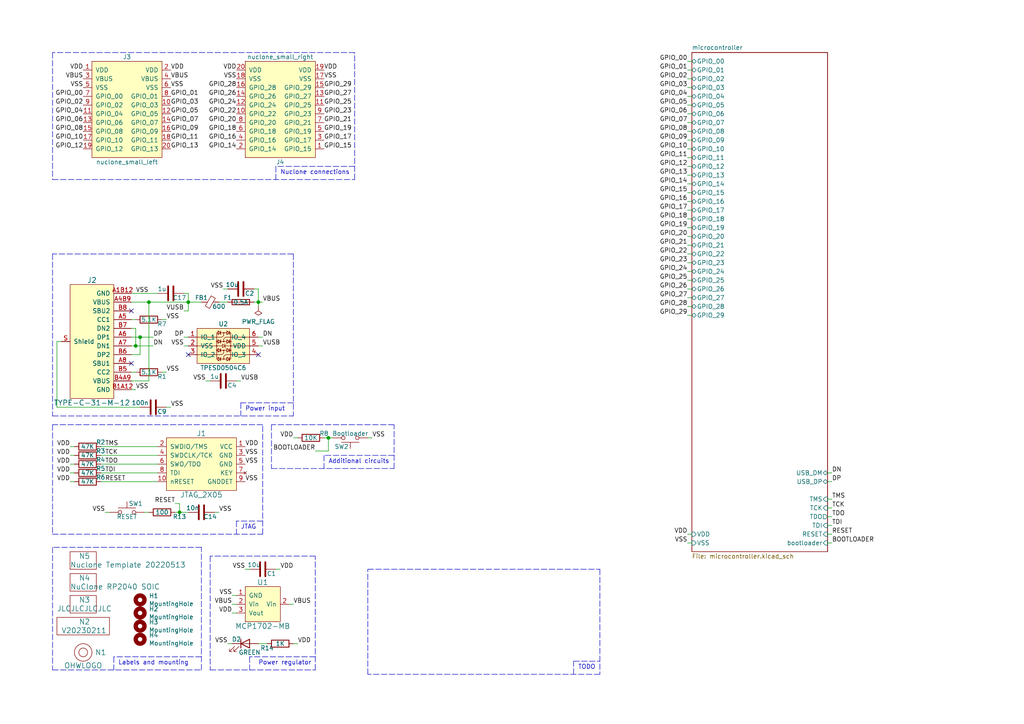
<source format=kicad_sch>
(kicad_sch (version 20211123) (generator eeschema)
  (paper "A4")
  (lib_symbols
    (symbol "Device:C" (pin_numbers hide) (pin_names (offset 0.254))
      (property "Reference" "C" (at 0.635 2.54 0))
      (property "Value" "C" (at 0.635 -2.54 0))
      (symbol "C_0_1"
        (polyline (pts (xy -2.032 -0.762) (xy 2.032 -0.762)) (stroke (width 0.508)))
        (polyline (pts (xy -2.032 0.762) (xy 2.032 0.762)) (stroke (width 0.508)))
      )
      (symbol "C_1_1"
        (pin passive line (at 0 3.81 270) (length 2.794) (name "~") (number "1"))
        (pin passive line (at 0 -3.81 90) (length 2.794) (name "~") (number "2"))
      )
    )
    (symbol "Device:FerriteBead_Small" (pin_numbers hide) (pin_names (offset 0))
      (property "Reference" "FB" (at 1.905 1.27 0))
      (property "Value" "FerriteBead_Small" (at 1.905 -1.27 0))
      (symbol "FerriteBead_Small_0_1"
        (polyline (pts (xy 0 -1.27) (xy 0 -0.7874)))
        (polyline (pts (xy 0 0.889) (xy 0 1.2954)))
        (polyline (pts (xy -1.8288 0.2794) (xy -1.1176 1.4986) (xy 1.8288 -0.2032) (xy 1.1176 -1.4224) (xy -1.8288 0.2794)))
      )
      (symbol "FerriteBead_Small_1_1"
        (pin passive line (at 0 2.54 270) (length 1.27) (name "~") (number "1"))
        (pin passive line (at 0 -2.54 90) (length 1.27) (name "~") (number "2"))
      )
    )
    (symbol "Device:Fuse" (pin_numbers hide) (pin_names (offset 0))
      (property "Reference" "F" (at 2.032 0 90))
      (property "Value" "Fuse" (at -1.905 0 90))
      (symbol "Fuse_0_1"
        (rectangle (start -0.762 -2.54) (end 0.762 2.54) (stroke (width 0.254)))
        (polyline (pts (xy 0 2.54) (xy 0 -2.54)))
      )
      (symbol "Fuse_1_1"
        (pin passive line (at 0 3.81 270) (length 1.27) (name "~") (number "1"))
        (pin passive line (at 0 -3.81 90) (length 1.27) (name "~") (number "2"))
      )
    )
    (symbol "Device:LED" (pin_numbers hide) (pin_names (offset 1.016) hide)
      (property "Reference" "D" (at 0 2.54 0))
      (property "Value" "LED" (at 0 -2.54 0))
      (symbol "LED_0_1"
        (polyline (pts (xy -1.27 -1.27) (xy -1.27 1.27)) (stroke (width 0.254)))
        (polyline (pts (xy -1.27 0) (xy 1.27 0)))
        (polyline (pts (xy 1.27 -1.27) (xy 1.27 1.27) (xy -1.27 0) (xy 1.27 -1.27)) (stroke (width 0.254)))
        (polyline (pts (xy -3.048 -0.762) (xy -4.572 -2.286) (xy -3.81 -2.286) (xy -4.572 -2.286) (xy -4.572 -1.524)))
        (polyline (pts (xy -1.778 -0.762) (xy -3.302 -2.286) (xy -2.54 -2.286) (xy -3.302 -2.286) (xy -3.302 -1.524)))
      )
      (symbol "LED_1_1"
        (pin passive line (at -3.81 0 0) (length 2.54) (name "K") (number "1"))
        (pin passive line (at 3.81 0 180) (length 2.54) (name "A") (number "2"))
      )
    )
    (symbol "Device:R" (pin_numbers hide) (pin_names (offset 0))
      (property "Reference" "R" (at 2.032 0 90))
      (property "Value" "R" (at 0 0 90))
      (symbol "R_0_1"
        (rectangle (start -1.016 -2.54) (end 1.016 2.54) (stroke (width 0.254)))
      )
      (symbol "R_1_1"
        (pin passive line (at 0 3.81 270) (length 1.27) (name "~") (number "1"))
        (pin passive line (at 0 -3.81 90) (length 1.27) (name "~") (number "2"))
      )
    )
    (symbol "Mechanical:MountingHole" (pin_names (offset 1.016))
      (property "Reference" "H" (at 0 5.08 0))
      (property "Value" "MountingHole" (at 0 3.175 0))
      (symbol "MountingHole_0_1"
        (circle (center 0 0) (radius 1.27) (stroke (width 1.27)))
      )
    )
    (symbol "SquantorConnectorsNamed:JTAG_2X05_IN" (pin_names (offset 1.016))
      (property "Reference" "J" (at 0 8.89 0))
      (property "Value" "JTAG_2X05_IN" (at 0 -8.89 0))
      (symbol "JTAG_2X05_IN_0_1"
        (rectangle (start -10.16 7.62) (end 10.16 -7.62) (fill (type background)))
      )
      (symbol "JTAG_2X05_IN_1_1"
        (pin power_in line (at 12.7 5.08 180) (length 2.54) (name "VCC") (number "1"))
        (pin open_collector line (at -12.7 -5.08 0) (length 2.54) (name "nRESET") (number "10"))
        (pin bidirectional line (at -12.7 5.08 0) (length 2.54) (name "SWDIO/TMS") (number "2"))
        (pin power_in line (at 12.7 2.54 180) (length 2.54) (name "GND") (number "3"))
        (pin output line (at -12.7 2.54 0) (length 2.54) (name "SWDCLK/TCK") (number "4"))
        (pin power_in line (at 12.7 0 180) (length 2.54) (name "GND") (number "5"))
        (pin output line (at -12.7 0 0) (length 2.54) (name "SWO/TDO") (number "6"))
        (pin no_connect line (at 12.7 -2.54 180) (length 2.54) (name "KEY") (number "7"))
        (pin input line (at -12.7 -2.54 0) (length 2.54) (name "TDI") (number "8"))
        (pin power_in line (at 12.7 -5.08 180) (length 2.54) (name "GNDDET") (number "9"))
      )
    )
    (symbol "SquantorConnectorsNamed:nuclone_small_left" (pin_names (offset 1.016))
      (property "Reference" "J" (at 0 15.24 0))
      (property "Value" "nuclone_small_left" (at 0 -15.24 0))
      (symbol "nuclone_small_left_0_1"
        (rectangle (start -10.16 13.97) (end 10.16 -13.97) (fill (type background)))
      )
      (symbol "nuclone_small_left_1_1"
        (pin power_in line (at -12.7 11.43 0) (length 2.54) (name "VDD") (number "1"))
        (pin bidirectional line (at 12.7 1.27 180) (length 2.54) (name "GPIO_03") (number "10"))
        (pin bidirectional line (at -12.7 -1.27 0) (length 2.54) (name "GPIO_04") (number "11"))
        (pin bidirectional line (at 12.7 -1.27 180) (length 2.54) (name "GPIO_05") (number "12"))
        (pin bidirectional line (at -12.7 -3.81 0) (length 2.54) (name "GPIO_06") (number "13"))
        (pin bidirectional line (at 12.7 -3.81 180) (length 2.54) (name "GPIO_07") (number "14"))
        (pin bidirectional line (at -12.7 -6.35 0) (length 2.54) (name "GPIO_08") (number "15"))
        (pin bidirectional line (at 12.7 -6.35 180) (length 2.54) (name "GPIO_09") (number "16"))
        (pin bidirectional line (at -12.7 -8.89 0) (length 2.54) (name "GPIO_10") (number "17"))
        (pin bidirectional line (at 12.7 -8.89 180) (length 2.54) (name "GPIO_11") (number "18"))
        (pin bidirectional line (at -12.7 -11.43 0) (length 2.54) (name "GPIO_12") (number "19"))
        (pin power_in line (at 12.7 11.43 180) (length 2.54) (name "VDD") (number "2"))
        (pin bidirectional line (at 12.7 -11.43 180) (length 2.54) (name "GPIO_13") (number "20"))
        (pin power_in line (at -12.7 8.89 0) (length 2.54) (name "VBUS") (number "3"))
        (pin power_in line (at 12.7 8.89 180) (length 2.54) (name "VBUS") (number "4"))
        (pin power_in line (at -12.7 6.35 0) (length 2.54) (name "VSS") (number "5"))
        (pin power_in line (at 12.7 6.35 180) (length 2.54) (name "VSS") (number "6"))
        (pin bidirectional line (at -12.7 3.81 0) (length 2.54) (name "GPIO_00") (number "7"))
        (pin bidirectional line (at 12.7 3.81 180) (length 2.54) (name "GPIO_01") (number "8"))
        (pin bidirectional line (at -12.7 1.27 0) (length 2.54) (name "GPIO_02") (number "9"))
      )
    )
    (symbol "SquantorConnectorsNamed:nuclone_small_right" (pin_names (offset 1.016))
      (property "Reference" "J" (at 0 -15.24 0))
      (property "Value" "nuclone_small_right" (at 0 15.24 0))
      (symbol "nuclone_small_right_0_1"
        (rectangle (start 10.16 -13.97) (end -10.16 13.97) (fill (type background)))
      )
      (symbol "nuclone_small_right_1_1"
        (pin bidirectional line (at 12.7 -11.43 180) (length 2.54) (name "GPIO_15") (number "1"))
        (pin bidirectional line (at -12.7 -1.27 0) (length 2.54) (name "GPIO_22") (number "10"))
        (pin bidirectional line (at 12.7 1.27 180) (length 2.54) (name "GPIO_25") (number "11"))
        (pin bidirectional line (at -12.7 1.27 0) (length 2.54) (name "GPIO_24") (number "12"))
        (pin bidirectional line (at 12.7 3.81 180) (length 2.54) (name "GPIO_27") (number "13"))
        (pin bidirectional line (at -12.7 3.81 0) (length 2.54) (name "GPIO_26") (number "14"))
        (pin bidirectional line (at 12.7 6.35 180) (length 2.54) (name "GPIO_29") (number "15"))
        (pin bidirectional line (at -12.7 6.35 0) (length 2.54) (name "GPIO_28") (number "16"))
        (pin power_in line (at 12.7 8.89 180) (length 2.54) (name "VSS") (number "17"))
        (pin power_in line (at -12.7 8.89 0) (length 2.54) (name "VSS") (number "18"))
        (pin power_in line (at 12.7 11.43 180) (length 2.54) (name "VDD") (number "19"))
        (pin bidirectional line (at -12.7 -11.43 0) (length 2.54) (name "GPIO_14") (number "2"))
        (pin power_in line (at -12.7 11.43 0) (length 2.54) (name "VDD") (number "20"))
        (pin bidirectional line (at 12.7 -8.89 180) (length 2.54) (name "GPIO_17") (number "3"))
        (pin bidirectional line (at -12.7 -8.89 0) (length 2.54) (name "GPIO_16") (number "4"))
        (pin bidirectional line (at 12.7 -6.35 180) (length 2.54) (name "GPIO_19") (number "5"))
        (pin bidirectional line (at -12.7 -6.35 0) (length 2.54) (name "GPIO_18") (number "6"))
        (pin bidirectional line (at 12.7 -3.81 180) (length 2.54) (name "GPIO_21") (number "7"))
        (pin bidirectional line (at -12.7 -3.81 0) (length 2.54) (name "GPIO_20") (number "8"))
        (pin bidirectional line (at 12.7 -1.27 180) (length 2.54) (name "GPIO_23") (number "9"))
      )
    )
    (symbol "SquantorDevice:TVS_4_Array" (pin_names (offset 1.016))
      (property "Reference" "U" (at 0 7.62 0))
      (property "Value" "TVS_4_Array" (at 0 -5.08 0))
      (symbol "TVS_4_Array_0_1"
        (rectangle (start -7.62 6.35) (end 7.62 -3.81) (fill (type background)))
        (circle (center -1.905 0) (radius 0.127))
        (circle (center -1.905 1.27) (radius 0.127))
        (circle (center -1.905 2.54) (radius 0.127))
        (polyline (pts (xy -7.62 1.27) (xy -0.254 1.27)))
        (polyline (pts (xy -1.905 5.08) (xy -1.905 -2.54)))
        (polyline (pts (xy -1.524 -2.54) (xy -1.905 -2.54)))
        (polyline (pts (xy -1.524 0) (xy -1.905 0)))
        (polyline (pts (xy -1.524 2.54) (xy -1.905 2.54)))
        (polyline (pts (xy -1.524 5.08) (xy -1.905 5.08)))
        (polyline (pts (xy -0.762 -2.54) (xy 1.016 -2.54)))
        (polyline (pts (xy -0.762 -2.032) (xy -0.762 -3.048)))
        (polyline (pts (xy -0.762 -2.032) (xy -0.762 -3.048)))
        (polyline (pts (xy -0.762 0) (xy 1.016 0)))
        (polyline (pts (xy -0.762 0.508) (xy -0.762 -0.508)))
        (polyline (pts (xy -0.762 0.508) (xy -0.762 -0.508)))
        (polyline (pts (xy -0.762 2.54) (xy 1.016 2.54)))
        (polyline (pts (xy -0.762 3.048) (xy -0.762 2.032)))
        (polyline (pts (xy -0.762 3.048) (xy -0.762 2.032)))
        (polyline (pts (xy -0.762 5.08) (xy 1.016 5.08)))
        (polyline (pts (xy -0.762 5.588) (xy -0.762 4.572)))
        (polyline (pts (xy -0.762 5.588) (xy -0.762 4.572)))
        (polyline (pts (xy 0.508 1.27) (xy 7.62 1.27)))
        (polyline (pts (xy 1.778 -2.54) (xy 2.159 -2.54)))
        (polyline (pts (xy 1.778 -2.032) (xy 1.778 -3.048)))
        (polyline (pts (xy 1.778 -2.032) (xy 1.778 -3.048)))
        (polyline (pts (xy 1.778 0) (xy 2.159 0)))
        (polyline (pts (xy 1.778 0.508) (xy 1.778 -0.508)))
        (polyline (pts (xy 1.778 0.508) (xy 1.778 -0.508)))
        (polyline (pts (xy 1.778 2.54) (xy 2.159 2.54)))
        (polyline (pts (xy 1.778 3.048) (xy 1.778 2.032)))
        (polyline (pts (xy 1.778 3.048) (xy 1.778 2.032)))
        (polyline (pts (xy 1.778 5.08) (xy 2.159 5.08)))
        (polyline (pts (xy 1.778 5.588) (xy 1.778 4.572)))
        (polyline (pts (xy 1.778 5.588) (xy 1.778 4.572)))
        (polyline (pts (xy 2.159 5.08) (xy 2.159 -2.54)))
        (polyline (pts (xy 0.508 1.27) (xy 0.508 0.762) (xy 0.635 0.635)))
        (polyline (pts (xy 0.508 1.27) (xy 0.508 1.778) (xy 0.381 1.905)))
        (polyline (pts (xy -7.62 -1.27) (xy -0.381 -1.27) (xy 0.127 -0.762) (xy 0.127 0)))
        (polyline (pts (xy -7.62 3.81) (xy -0.381 3.81) (xy 0.127 4.318) (xy 0.127 5.08)))
        (polyline (pts (xy 0.508 1.27) (xy -0.254 1.778) (xy -0.254 0.762) (xy 0.508 1.27)))
        (polyline (pts (xy 7.62 -1.27) (xy 0.635 -1.27) (xy 0.127 -1.778) (xy 0.127 -2.413)))
        (polyline (pts (xy 7.62 3.81) (xy 0.635 3.81) (xy 0.127 3.302) (xy 0.127 2.667)))
        (circle (center 0.127 -2.54) (radius 0.127))
        (circle (center 0.127 0) (radius 0.127))
        (circle (center 0.127 2.54) (radius 0.127))
        (circle (center 0.127 5.08) (radius 0.127))
        (circle (center 2.159 0) (radius 0.127))
        (circle (center 2.159 1.27) (radius 0.127))
        (circle (center 2.159 2.54) (radius 0.127))
      )
      (symbol "TVS_4_Array_1_1"
        (polyline (pts (xy -0.762 -2.54) (xy -1.524 -2.032) (xy -1.524 -3.048) (xy -0.762 -2.54)))
        (polyline (pts (xy -0.762 -2.54) (xy -1.524 -2.032) (xy -1.524 -3.048) (xy -0.762 -2.54)))
        (polyline (pts (xy -0.762 0) (xy -1.524 0.508) (xy -1.524 -0.508) (xy -0.762 0)))
        (polyline (pts (xy -0.762 0) (xy -1.524 0.508) (xy -1.524 -0.508) (xy -0.762 0)))
        (polyline (pts (xy -0.762 2.54) (xy -1.524 3.048) (xy -1.524 2.032) (xy -0.762 2.54)))
        (polyline (pts (xy -0.762 2.54) (xy -1.524 3.048) (xy -1.524 2.032) (xy -0.762 2.54)))
        (polyline (pts (xy -0.762 5.08) (xy -1.524 5.588) (xy -1.524 4.572) (xy -0.762 5.08)))
        (polyline (pts (xy -0.762 5.08) (xy -1.524 5.588) (xy -1.524 4.572) (xy -0.762 5.08)))
        (polyline (pts (xy 1.778 -2.54) (xy 1.016 -2.032) (xy 1.016 -3.048) (xy 1.778 -2.54)))
        (polyline (pts (xy 1.778 -2.54) (xy 1.016 -2.032) (xy 1.016 -3.048) (xy 1.778 -2.54)))
        (polyline (pts (xy 1.778 0) (xy 1.016 0.508) (xy 1.016 -0.508) (xy 1.778 0)))
        (polyline (pts (xy 1.778 0) (xy 1.016 0.508) (xy 1.016 -0.508) (xy 1.778 0)))
        (polyline (pts (xy 1.778 2.54) (xy 1.016 3.048) (xy 1.016 2.032) (xy 1.778 2.54)))
        (polyline (pts (xy 1.778 2.54) (xy 1.016 3.048) (xy 1.016 2.032) (xy 1.778 2.54)))
        (polyline (pts (xy 1.778 5.08) (xy 1.016 5.588) (xy 1.016 4.572) (xy 1.778 5.08)))
        (polyline (pts (xy 1.778 5.08) (xy 1.016 5.588) (xy 1.016 4.572) (xy 1.778 5.08)))
        (pin passive line (at -10.16 3.81 0) (length 2.54) (name "IO_1") (number "1"))
        (pin power_in line (at -10.16 1.27 0) (length 2.54) (name "VSS") (number "2"))
        (pin passive line (at -10.16 -1.27 0) (length 2.54) (name "IO_2") (number "3"))
        (pin passive line (at 10.16 -1.27 180) (length 2.54) (name "IO_3") (number "4"))
        (pin power_in line (at 10.16 1.27 180) (length 2.54) (name "VDD") (number "5"))
        (pin passive line (at 10.16 3.81 180) (length 2.54) (name "IO_4") (number "6"))
      )
    )
    (symbol "SquantorLabels:Label" (pin_names (offset 1.016))
      (property "Reference" "N" (at 0 1.27 0))
      (property "Value" "Label" (at 0 -1.27 0))
      (symbol "Label_0_1"
        (rectangle (start -3.81 2.54) (end 3.81 -2.54))
      )
    )
    (symbol "SquantorLabels:OHWLOGO" (pin_names (offset 1.016))
      (property "Reference" "N" (at 0 3.81 0))
      (property "Value" "OHWLOGO" (at 0 -3.81 0))
      (symbol "OHWLOGO_0_1"
        (circle (center 0 0) (radius 1.27))
        (circle (center 0 0) (radius 2.54))
      )
    )
    (symbol "SquantorLabels:VYYYYMMDD" (pin_names (offset 1.016))
      (property "Reference" "N" (at 0 2.54 0))
      (property "Value" "VYYYYMMDD" (at 0 0 0))
      (symbol "VYYYYMMDD_0_1"
        (rectangle (start 7.62 -1.27) (end -7.62 3.81))
      )
    )
    (symbol "SquantorMicrochip:MCP1702-MB" (pin_names (offset 1.016))
      (property "Reference" "U" (at 0 6.35 0))
      (property "Value" "MCP1702-MB" (at 0 -6.35 0))
      (symbol "MCP1702-MB_0_1"
        (rectangle (start -5.08 5.08) (end 5.08 -5.08) (fill (type background)))
      )
      (symbol "MCP1702-MB_1_1"
        (pin power_in line (at -7.62 2.54 0) (length 2.54) (name "GND") (number "1"))
        (pin power_in line (at -7.62 0 0) (length 2.54) (name "Vin") (number "2"))
        (pin power_in line (at 7.62 0 180) (length 2.54) (name "Vin") (number "2"))
        (pin power_out line (at -7.62 -2.54 0) (length 2.54) (name "Vout") (number "3"))
      )
    )
    (symbol "SquantorUsb:USB-C_PD_USB" (pin_names (offset 1.016))
      (property "Reference" "J" (at 0 17.78 0))
      (property "Value" "USB-C_PD_USB" (at 0 -17.78 0))
      (symbol "USB-C_PD_USB_0_1"
        (rectangle (start 6.35 16.51) (end -6.35 -16.51) (fill (type background)))
      )
      (symbol "USB-C_PD_USB_1_1"
        (pin power_out line (at 11.43 13.97 180) (length 5.08) (name "GND") (number "A1B12"))
        (pin power_out line (at 11.43 11.43 180) (length 5.08) (name "VBUS") (number "A4B9"))
        (pin bidirectional line (at 11.43 6.35 180) (length 5.08) (name "CC1") (number "A5"))
        (pin bidirectional line (at 11.43 1.27 180) (length 5.08) (name "DP1") (number "A6"))
        (pin bidirectional line (at 11.43 -1.27 180) (length 5.08) (name "DN1") (number "A7"))
        (pin bidirectional line (at 11.43 -6.35 180) (length 5.08) (name "SBU1") (number "A8"))
        (pin passive line (at 11.43 -13.97 180) (length 5.08) (name "GND") (number "B1A12"))
        (pin passive line (at 11.43 -11.43 180) (length 5.08) (name "VBUS") (number "B4A9"))
        (pin bidirectional line (at 11.43 -8.89 180) (length 5.08) (name "CC2") (number "B5"))
        (pin bidirectional line (at 11.43 -3.81 180) (length 5.08) (name "DP2") (number "B6"))
        (pin bidirectional line (at 11.43 3.81 180) (length 5.08) (name "DN2") (number "B7"))
        (pin bidirectional line (at 11.43 8.89 180) (length 5.08) (name "SBU2") (number "B8"))
        (pin passive line (at -8.89 0 0) (length 2.54) (name "Shield") (number "S"))
      )
    )
    (symbol "Switch:SW_Push" (pin_numbers hide) (pin_names (offset 1.016) hide)
      (property "Reference" "SW" (at 1.27 2.54 0))
      (property "Value" "SW_Push" (at 0 -1.524 0))
      (symbol "SW_Push_0_1"
        (circle (center -2.032 0) (radius 0.508))
        (polyline (pts (xy 0 1.27) (xy 0 3.048)))
        (polyline (pts (xy 2.54 1.27) (xy -2.54 1.27)))
        (circle (center 2.032 0) (radius 0.508))
        (pin passive line (at -5.08 0 0) (length 2.54) (name "1") (number "1"))
        (pin passive line (at 5.08 0 180) (length 2.54) (name "2") (number "2"))
      )
    )
    (symbol "power:PWR_FLAG" (power) (pin_numbers hide) (pin_names (offset 0) hide)
      (property "Value" "PWR_FLAG" (at 0 3.81 0))
      (symbol "PWR_FLAG_0_0"
        (pin power_out line (at 0 0 90) (length 0) (name "pwr") (number "1"))
      )
      (symbol "PWR_FLAG_0_1"
        (polyline (pts (xy 0 0) (xy 0 1.27) (xy -1.016 1.905) (xy 0 2.54) (xy 1.016 1.905) (xy 0 1.27)))
      )
    )
  )
  (junction (at 39.37 100.33))
  (junction (at 54.61 87.63))
  (junction (at 43.18 87.63))
  (junction (at 74.93 87.63))
  (junction (at 40.64 97.79))
  (junction (at 52.07 148.59))
  (junction (at 95.25 127))
  (no_connect (at 38.1 105.41))
  (no_connect (at 38.1 90.17))
  (no_connect (at 74.93 102.87))
  (no_connect (at 54.61 102.87))
  (polyline (pts (xy 76.2 123.19) (xy 15.24 123.19)))
  (wire (pts (xy 200.66 35.56) (xy 199.39 35.56)))
  (polyline (pts (xy 76.2 154.94) (xy 76.2 123.19)))
  (wire (pts (xy 199.39 78.74) (xy 200.66 78.74)))
  (polyline (pts (xy 114.3 135.89) (xy 114.3 123.19)))
  (wire (pts (xy 54.61 87.63) (xy 58.42 87.63)))
  (wire (pts (xy 20.32 134.62) (xy 21.59 134.62)))
  (wire (pts (xy 16.51 118.11) (xy 40.64 118.11)))
  (polyline (pts (xy 91.44 190.5) (xy 72.39 190.5)))
  (wire (pts (xy 53.34 90.17) (xy 54.61 90.17)))
  (wire (pts (xy 38.1 87.63) (xy 43.18 87.63)))
  (wire (pts (xy 40.64 97.79) (xy 40.64 102.87)))
  (wire (pts (xy 77.47 186.69) (xy 74.93 186.69)))
  (polyline (pts (xy 15.24 120.65) (xy 85.09 120.65)))
  (wire (pts (xy 17.78 99.06) (xy 16.51 99.06)))
  (wire (pts (xy 64.77 83.82) (xy 66.04 83.82)))
  (wire (pts (xy 29.21 139.7) (xy 45.72 139.7)))
  (wire (pts (xy 29.21 132.08) (xy 45.72 132.08)))
  (wire (pts (xy 16.51 99.06) (xy 16.51 118.11)))
  (wire (pts (xy 39.37 95.25) (xy 39.37 100.33)))
  (wire (pts (xy 50.8 146.05) (xy 52.07 146.05)))
  (wire (pts (xy 74.93 83.82) (xy 74.93 87.63)))
  (wire (pts (xy 52.07 146.05) (xy 52.07 148.59)))
  (wire (pts (xy 200.66 91.44) (xy 199.39 91.44)))
  (wire (pts (xy 46.99 107.95) (xy 48.26 107.95)))
  (polyline (pts (xy 85.09 116.84) (xy 69.85 116.84)))
  (wire (pts (xy 199.39 38.1) (xy 200.66 38.1)))
  (wire (pts (xy 29.21 134.62) (xy 45.72 134.62)))
  (polyline (pts (xy 78.74 135.89) (xy 114.3 135.89)))
  (wire (pts (xy 200.66 71.12) (xy 199.39 71.12)))
  (wire (pts (xy 240.03 137.16) (xy 241.3 137.16)))
  (wire (pts (xy 200.66 45.72) (xy 199.39 45.72)))
  (wire (pts (xy 63.5 148.59) (xy 62.23 148.59)))
  (polyline (pts (xy 72.39 190.5) (xy 72.39 194.31)))
  (polyline (pts (xy 15.24 194.31) (xy 58.42 194.31)))
  (wire (pts (xy 200.66 50.8) (xy 199.39 50.8)))
  (polyline (pts (xy 58.42 194.31) (xy 58.42 158.75)))
  (wire (pts (xy 91.44 130.81) (xy 95.25 130.81)))
  (polyline (pts (xy 15.24 73.66) (xy 15.24 120.65)))
  (wire (pts (xy 48.26 92.71) (xy 46.99 92.71)))
  (wire (pts (xy 30.48 148.59) (xy 31.75 148.59)))
  (wire (pts (xy 200.66 157.48) (xy 199.39 157.48)))
  (wire (pts (xy 67.31 177.8) (xy 68.58 177.8)))
  (polyline (pts (xy 106.68 195.58) (xy 106.68 165.1)))
  (polyline (pts (xy 173.99 165.1) (xy 173.99 195.58)))
  (wire (pts (xy 95.25 130.81) (xy 95.25 127)))
  (wire (pts (xy 200.66 60.96) (xy 199.39 60.96)))
  (wire (pts (xy 200.66 86.36) (xy 199.39 86.36)))
  (polyline (pts (xy 58.42 158.75) (xy 15.24 158.75)))
  (polyline (pts (xy 91.44 161.29) (xy 60.96 161.29)))
  (wire (pts (xy 74.93 87.63) (xy 73.66 87.63)))
  (wire (pts (xy 241.3 152.4) (xy 240.03 152.4)))
  (wire (pts (xy 74.93 88.9) (xy 74.93 87.63)))
  (wire (pts (xy 199.39 27.94) (xy 200.66 27.94)))
  (wire (pts (xy 73.66 83.82) (xy 74.93 83.82)))
  (wire (pts (xy 200.66 81.28) (xy 199.39 81.28)))
  (wire (pts (xy 241.3 147.32) (xy 240.03 147.32)))
  (wire (pts (xy 38.1 85.09) (xy 45.72 85.09)))
  (wire (pts (xy 199.39 53.34) (xy 200.66 53.34)))
  (wire (pts (xy 54.61 85.09) (xy 54.61 87.63)))
  (wire (pts (xy 63.5 87.63) (xy 66.04 87.63)))
  (wire (pts (xy 38.1 97.79) (xy 40.64 97.79)))
  (wire (pts (xy 67.31 172.72) (xy 68.58 172.72)))
  (polyline (pts (xy 114.3 132.08) (xy 93.98 132.08)))
  (wire (pts (xy 74.93 100.33) (xy 76.2 100.33)))
  (wire (pts (xy 199.39 83.82) (xy 200.66 83.82)))
  (wire (pts (xy 43.18 87.63) (xy 54.61 87.63)))
  (polyline (pts (xy 15.24 154.94) (xy 76.2 154.94)))
  (wire (pts (xy 20.32 139.7) (xy 21.59 139.7)))
  (wire (pts (xy 199.39 88.9) (xy 200.66 88.9)))
  (wire (pts (xy 199.39 154.94) (xy 200.66 154.94)))
  (polyline (pts (xy 80.01 48.26) (xy 80.01 52.07)))
  (polyline (pts (xy 166.37 195.58) (xy 166.37 191.77)))
  (wire (pts (xy 93.98 127) (xy 95.25 127)))
  (wire (pts (xy 41.91 148.59) (xy 43.18 148.59)))
  (wire (pts (xy 200.66 76.2) (xy 199.39 76.2)))
  (wire (pts (xy 20.32 129.54) (xy 21.59 129.54)))
  (wire (pts (xy 50.8 148.59) (xy 52.07 148.59)))
  (wire (pts (xy 199.39 58.42) (xy 200.66 58.42)))
  (wire (pts (xy 95.25 127) (xy 96.52 127)))
  (wire (pts (xy 200.66 20.32) (xy 199.39 20.32)))
  (wire (pts (xy 240.03 144.78) (xy 241.3 144.78)))
  (wire (pts (xy 29.21 129.54) (xy 45.72 129.54)))
  (wire (pts (xy 69.85 110.49) (xy 68.58 110.49)))
  (wire (pts (xy 199.39 43.18) (xy 200.66 43.18)))
  (wire (pts (xy 200.66 66.04) (xy 199.39 66.04)))
  (wire (pts (xy 199.39 48.26) (xy 200.66 48.26)))
  (polyline (pts (xy 85.09 73.66) (xy 85.09 120.65)))
  (wire (pts (xy 240.03 139.7) (xy 241.3 139.7)))
  (wire (pts (xy 200.66 40.64) (xy 199.39 40.64)))
  (wire (pts (xy 199.39 63.5) (xy 200.66 63.5)))
  (wire (pts (xy 200.66 25.4) (xy 199.39 25.4)))
  (wire (pts (xy 44.45 100.33) (xy 39.37 100.33)))
  (polyline (pts (xy 173.99 195.58) (xy 106.68 195.58)))
  (polyline (pts (xy 76.2 151.13) (xy 68.58 151.13)))
  (polyline (pts (xy 60.96 161.29) (xy 60.96 194.31)))
  (polyline (pts (xy 15.24 52.07) (xy 102.87 52.07)))
  (wire (pts (xy 199.39 22.86) (xy 200.66 22.86)))
  (wire (pts (xy 53.34 100.33) (xy 54.61 100.33)))
  (polyline (pts (xy 78.74 123.19) (xy 78.74 135.89)))
  (wire (pts (xy 43.18 110.49) (xy 43.18 87.63)))
  (wire (pts (xy 80.01 165.1) (xy 81.28 165.1)))
  (wire (pts (xy 39.37 100.33) (xy 38.1 100.33)))
  (polyline (pts (xy 15.24 15.24) (xy 15.24 52.07)))
  (polyline (pts (xy 166.37 191.77) (xy 173.99 191.77)))
  (wire (pts (xy 199.39 33.02) (xy 200.66 33.02)))
  (wire (pts (xy 199.39 17.78) (xy 200.66 17.78)))
  (wire (pts (xy 38.1 110.49) (xy 43.18 110.49)))
  (wire (pts (xy 199.39 73.66) (xy 200.66 73.66)))
  (polyline (pts (xy 58.42 190.5) (xy 33.02 190.5)))
  (wire (pts (xy 38.1 92.71) (xy 39.37 92.71)))
  (wire (pts (xy 240.03 149.86) (xy 241.3 149.86)))
  (polyline (pts (xy 114.3 123.19) (xy 78.74 123.19)))
  (wire (pts (xy 67.31 186.69) (xy 66.04 186.69)))
  (polyline (pts (xy 69.85 116.84) (xy 69.85 120.65)))
  (wire (pts (xy 40.64 102.87) (xy 38.1 102.87)))
  (polyline (pts (xy 15.24 123.19) (xy 15.24 154.94)))
  (polyline (pts (xy 85.09 73.66) (xy 15.24 73.66)))
  (wire (pts (xy 68.58 175.26) (xy 67.31 175.26)))
  (wire (pts (xy 60.96 110.49) (xy 59.69 110.49)))
  (wire (pts (xy 200.66 30.48) (xy 199.39 30.48)))
  (polyline (pts (xy 33.02 190.5) (xy 33.02 194.31)))
  (polyline (pts (xy 93.98 132.08) (xy 93.98 135.89)))
  (polyline (pts (xy 102.87 48.26) (xy 80.01 48.26)))
  (wire (pts (xy 21.59 132.08) (xy 20.32 132.08)))
  (wire (pts (xy 85.09 127) (xy 86.36 127)))
  (polyline (pts (xy 102.87 52.07) (xy 102.87 15.24)))
  (wire (pts (xy 200.66 55.88) (xy 199.39 55.88)))
  (wire (pts (xy 85.09 175.26) (xy 83.82 175.26)))
  (wire (pts (xy 53.34 85.09) (xy 54.61 85.09)))
  (wire (pts (xy 29.21 137.16) (xy 45.72 137.16)))
  (wire (pts (xy 71.12 165.1) (xy 72.39 165.1)))
  (polyline (pts (xy 60.96 194.31) (xy 91.44 194.31)))
  (wire (pts (xy 76.2 87.63) (xy 74.93 87.63)))
  (wire (pts (xy 39.37 107.95) (xy 38.1 107.95)))
  (wire (pts (xy 76.2 97.79) (xy 74.93 97.79)))
  (wire (pts (xy 54.61 90.17) (xy 54.61 87.63)))
  (polyline (pts (xy 15.24 158.75) (xy 15.24 194.31)))
  (wire (pts (xy 199.39 68.58) (xy 200.66 68.58)))
  (wire (pts (xy 107.95 127) (xy 106.68 127)))
  (wire (pts (xy 49.53 118.11) (xy 48.26 118.11)))
  (polyline (pts (xy 68.58 151.13) (xy 68.58 154.94)))
  (wire (pts (xy 52.07 148.59) (xy 54.61 148.59)))
  (wire (pts (xy 86.36 186.69) (xy 85.09 186.69)))
  (wire (pts (xy 240.03 157.48) (xy 241.3 157.48)))
  (wire (pts (xy 39.37 113.03) (xy 38.1 113.03)))
  (polyline (pts (xy 91.44 194.31) (xy 91.44 161.29)))
  (wire (pts (xy 21.59 137.16) (xy 20.32 137.16)))
  (wire (pts (xy 44.45 97.79) (xy 40.64 97.79)))
  (wire (pts (xy 38.1 95.25) (xy 39.37 95.25)))
  (wire (pts (xy 240.03 154.94) (xy 241.3 154.94)))
  (polyline (pts (xy 106.68 165.1) (xy 173.99 165.1)))
  (polyline (pts (xy 102.87 15.24) (xy 15.24 15.24)))
  (wire (pts (xy 54.61 97.79) (xy 53.34 97.79)))
  (text "JTAG" (at 69.85 153.67 0) (effects (font (size 1.27 1.27)) (justify left bottom)))
  (text "Power regulator" (at 74.93 193.04 0) (effects (font (size 1.27 1.27)) (justify left bottom)))
  (text "TODO" (at 167.64 194.31 0) (effects (font (size 1.27 1.27)) (justify left bottom)))
  (text "Additional circuits" (at 95.25 134.62 0) (effects (font (size 1.27 1.27)) (justify left bottom)))
  (text "Nuclone connections" (at 81.28 50.8 0) (effects (font (size 1.27 1.27)) (justify left bottom)))
  (text "Labels and mounting" (at 34.29 193.04 0) (effects (font (size 1.27 1.27)) (justify left bottom)))
  (text "Power input" (at 71.12 119.38 0) (effects (font (size 1.27 1.27)) (justify left bottom)))
  (label "VDD" (at 20.32 132.08 180))
  (label "GPIO_15" (at 199.39 55.88 180))
  (label "VDD" (at 24.13 20.32 180))
  (label "VDD" (at 68.58 20.32 180))
  (label "GPIO_26" (at 199.39 83.82 180))
  (label "VUSB" (at 53.34 90.17 180))
  (label "VBUS" (at 85.09 175.26 0))
  (label "TDI" (at 30.48 137.16 0))
  (label "VUSB" (at 76.2 100.33 0))
  (label "GPIO_08" (at 24.13 38.1 180))
  (label "GPIO_21" (at 199.39 71.12 180))
  (label "TMS" (at 30.48 129.54 0))
  (label "GPIO_19" (at 93.98 38.1 0))
  (label "GPIO_11" (at 49.53 40.64 0))
  (label "GPIO_27" (at 93.98 27.94 0))
  (label "VDD" (at 71.12 129.54 0))
  (label "GPIO_07" (at 199.39 35.56 180))
  (label "GPIO_17" (at 199.39 60.96 180))
  (label "VBUS" (at 67.31 175.26 180))
  (label "VSS" (at 63.5 148.59 0))
  (label "VSS" (at 30.48 148.59 180))
  (label "VSS" (at 59.69 110.49 180))
  (label "DN" (at 76.2 97.79 0))
  (label "TDO" (at 30.48 134.62 0))
  (label "GPIO_27" (at 199.39 86.36 180))
  (label "GPIO_00" (at 199.39 17.78 180))
  (label "GPIO_22" (at 68.58 33.02 180))
  (label "GPIO_17" (at 93.98 40.64 0))
  (label "DP" (at 44.45 97.79 0))
  (label "GPIO_05" (at 199.39 30.48 180))
  (label "VSS" (at 107.95 127 0))
  (label "GPIO_02" (at 199.39 22.86 180))
  (label "VSS" (at 71.12 134.62 0))
  (label "GPIO_03" (at 49.53 30.48 0))
  (label "GPIO_01" (at 49.53 27.94 0))
  (label "VSS" (at 39.37 113.03 0))
  (label "GPIO_24" (at 199.39 78.74 180))
  (label "GPIO_16" (at 199.39 58.42 180))
  (label "GPIO_14" (at 199.39 53.34 180))
  (label "VDD" (at 20.32 137.16 180))
  (label "DP" (at 241.3 139.7 0))
  (label "TDI" (at 241.3 152.4 0))
  (label "GPIO_14" (at 68.58 43.18 180))
  (label "GPIO_18" (at 68.58 38.1 180))
  (label "GPIO_10" (at 199.39 43.18 180))
  (label "GPIO_20" (at 68.58 35.56 180))
  (label "GPIO_22" (at 199.39 73.66 180))
  (label "VSS" (at 48.26 107.95 0))
  (label "VSS" (at 48.26 92.71 0))
  (label "VDD" (at 20.32 129.54 180))
  (label "GPIO_16" (at 68.58 40.64 180))
  (label "GPIO_07" (at 49.53 35.56 0))
  (label "VUSB" (at 69.85 110.49 0))
  (label "DN" (at 241.3 137.16 0))
  (label "GPIO_13" (at 49.53 43.18 0))
  (label "VBUS" (at 24.13 22.86 180))
  (label "GPIO_29" (at 199.39 91.44 180))
  (label "VSS" (at 39.37 85.09 0))
  (label "GPIO_19" (at 199.39 66.04 180))
  (label "VSS" (at 93.98 22.86 0))
  (label "RESET" (at 30.48 139.7 0))
  (label "GPIO_20" (at 199.39 68.58 180))
  (label "GPIO_29" (at 93.98 25.4 0))
  (label "VDD" (at 81.28 165.1 0))
  (label "BOOTLOADER" (at 241.3 157.48 0))
  (label "VSS" (at 199.39 157.48 180))
  (label "VSS" (at 66.04 186.69 180))
  (label "GPIO_02" (at 24.13 30.48 180))
  (label "GPIO_26" (at 68.58 27.94 180))
  (label "TCK" (at 241.3 147.32 0))
  (label "VSS" (at 71.12 132.08 0))
  (label "GPIO_09" (at 49.53 38.1 0))
  (label "GPIO_06" (at 199.39 33.02 180))
  (label "VSS" (at 68.58 22.86 180))
  (label "GPIO_12" (at 24.13 43.18 180))
  (label "GPIO_12" (at 199.39 48.26 180))
  (label "GPIO_08" (at 199.39 38.1 180))
  (label "BOOTLOADER" (at 91.44 130.81 180))
  (label "RESET" (at 50.8 146.05 180))
  (label "VBUS" (at 49.53 22.86 0))
  (label "VBUS" (at 76.2 87.63 0))
  (label "GPIO_25" (at 199.39 81.28 180))
  (label "VDD" (at 86.36 186.69 0))
  (label "GPIO_09" (at 199.39 40.64 180))
  (label "VSS" (at 53.34 100.33 180))
  (label "VSS" (at 64.77 83.82 180))
  (label "VSS" (at 49.53 118.11 0))
  (label "VDD" (at 85.09 127 180))
  (label "GPIO_01" (at 199.39 20.32 180))
  (label "DN" (at 44.45 100.33 0))
  (label "GPIO_00" (at 24.13 27.94 180))
  (label "TCK" (at 30.48 132.08 0))
  (label "GPIO_28" (at 68.58 25.4 180))
  (label "VSS" (at 71.12 139.7 0))
  (label "TDO" (at 241.3 149.86 0))
  (label "VSS" (at 71.12 165.1 180))
  (label "GPIO_18" (at 199.39 63.5 180))
  (label "GPIO_11" (at 199.39 45.72 180))
  (label "VDD" (at 20.32 134.62 180))
  (label "GPIO_28" (at 199.39 88.9 180))
  (label "GPIO_13" (at 199.39 50.8 180))
  (label "VDD" (at 67.31 177.8 180))
  (label "GPIO_23" (at 199.39 76.2 180))
  (label "GPIO_25" (at 93.98 30.48 0))
  (label "GPIO_15" (at 93.98 43.18 0))
  (label "GPIO_23" (at 93.98 33.02 0))
  (label "DP" (at 53.34 97.79 180))
  (label "GPIO_21" (at 93.98 35.56 0))
  (label "VSS" (at 49.53 25.4 0))
  (label "GPIO_06" (at 24.13 35.56 180))
  (label "RESET" (at 241.3 154.94 0))
  (label "TMS" (at 241.3 144.78 0))
  (label "VDD" (at 20.32 139.7 180))
  (label "VSS" (at 67.31 172.72 180))
  (label "VDD" (at 199.39 154.94 180))
  (label "VDD" (at 49.53 20.32 0))
  (label "GPIO_04" (at 24.13 33.02 180))
  (label "VSS" (at 24.13 25.4 180))
  (label "VDD" (at 93.98 20.32 0))
  (label "GPIO_24" (at 68.58 30.48 180))
  (label "GPIO_04" (at 199.39 27.94 180))
  (label "GPIO_03" (at 199.39 25.4 180))
  (label "GPIO_10" (at 24.13 40.64 180))
  (label "GPIO_05" (at 49.53 33.02 0))
  (symbol (lib_id "SquantorLabels:OHWLOGO") (at 24.13 189.23 0) (unit 1)
    (property "Reference" "N1" (at 29.21 189.23 0) (effects (font (size 1.524 1.524))))
    (property "Value" "OHWLOGO" (at 24.13 193.04 0) (effects (font (size 1.524 1.524))))
    (property "Footprint" "Symbol:OSHW-Symbol_6.7x6mm_SilkScreen" (effects hide))
  )
  (symbol (lib_id "SquantorConnectorsNamed:JTAG_2X05_IN") (at 58.42 134.62 0) (unit 1)
    (property "Reference" "J1" (at 58.42 125.73 0) (effects (font (size 1.524 1.524))))
    (property "Value" "JTAG_2X05" (at 58.42 143.51 0) (effects (font (size 1.524 1.524))))
    (property "Footprint" "SquantorConnectors:Header-0127-2X05-H006" (effects hide))
  )
  (symbol (lib_id "Device:FerriteBead_Small") (at 60.96 87.63 270) (unit 1)
    (property "Reference" "FB1" (at 58.42 86.36 90))
    (property "Value" "600" (at 63.5 88.9 90))
    (property "Footprint" "SquantorRcl:L_0603" (effects hide))
  )
  (symbol (lib_id "Device:Fuse") (at 69.85 87.63 270) (unit 1)
    (property "Reference" "F1" (at 66.04 86.36 90))
    (property "Value" "0.5A" (at 69.85 87.63 90))
    (property "Footprint" "SquantorRcl:F_0603_hand" (effects hide))
  )
  (symbol (lib_id "Device:C") (at 69.85 83.82 90) (unit 1)
    (property "Reference" "C2" (at 72.39 85.09 90))
    (property "Value" "10u" (at 67.31 82.55 90))
    (property "Footprint" "SquantorRcl:C_0603" (effects hide))
  )
  (symbol (lib_id "power:PWR_FLAG") (at 74.93 88.9 180) (unit 1)
    (property "Reference" "#FLG01" (effects hide))
    (property "Value" "PWR_FLAG" (at 74.93 93.2942 0))
  )
  (symbol (lib_id "Mechanical:MountingHole") (at 40.64 185.42 0) (unit 1)
    (property "Reference" "H4" (at 43.18 184.2516 0) (effects (justify left)))
    (property "Value" "MountingHole" (at 43.18 186.563 0) (effects (justify left)))
    (property "Footprint" "MountingHole:MountingHole_3.2mm_M3_Pad_Via" (effects hide))
  )
  (symbol (lib_id "Mechanical:MountingHole") (at 40.64 181.61 0) (unit 1)
    (property "Reference" "H3" (at 43.18 180.4416 0) (effects (justify left)))
    (property "Value" "MountingHole" (at 43.18 182.753 0) (effects (justify left)))
    (property "Footprint" "MountingHole:MountingHole_3.2mm_M3_Pad_Via" (effects hide))
  )
  (symbol (lib_id "Mechanical:MountingHole") (at 40.64 177.8 0) (unit 1)
    (property "Reference" "H2" (at 43.18 176.6316 0) (effects (justify left)))
    (property "Value" "MountingHole" (at 43.18 178.943 0) (effects (justify left)))
    (property "Footprint" "MountingHole:MountingHole_3.2mm_M3_Pad_Via" (effects hide))
  )
  (symbol (lib_id "Mechanical:MountingHole") (at 40.64 173.99 0) (unit 1)
    (property "Reference" "H1" (at 43.18 172.8216 0) (effects (justify left)))
    (property "Value" "MountingHole" (at 43.18 175.133 0) (effects (justify left)))
    (property "Footprint" "MountingHole:MountingHole_3.2mm_M3_Pad_Via" (effects hide))
  )
  (symbol (lib_id "SquantorLabels:VYYYYMMDD") (at 24.13 182.88 0) (unit 1)
    (property "Reference" "N2" (at 22.86 180.34 0) (effects (font (size 1.524 1.524)) (justify left)))
    (property "Value" "V20230211" (at 17.78 182.88 0) (effects (font (size 1.524 1.524)) (justify left)))
    (property "Footprint" "SquantorLabels:Label_Generic" (effects hide))
  )
  (symbol (lib_id "SquantorMicrochip:MCP1702-MB") (at 76.2 175.26 0) (unit 1)
    (property "Reference" "U1" (at 76.2 168.91 0) (effects (font (size 1.524 1.524))))
    (property "Value" "MCP1702-MB" (at 76.2 181.61 0) (effects (font (size 1.524 1.524))))
    (property "Footprint" "SquantorIC:SOT89-NXP" (effects hide))
  )
  (symbol (lib_id "Device:C") (at 76.2 165.1 270) (unit 1)
    (property "Reference" "C1" (at 78.74 166.37 90))
    (property "Value" "10u" (at 73.66 163.83 90))
    (property "Footprint" "SquantorRcl:C_0603" (effects hide))
  )
  (symbol (lib_id "SquantorConnectorsNamed:nuclone_small_left") (at 36.83 31.75 0) (unit 1)
    (property "Reference" "J3" (at 36.83 16.51 0))
    (property "Value" "nuclone_small_left" (at 36.83 46.99 0))
    (property "Footprint" "SquantorConnectorsNamed:nuclone_small_left_stacked" (effects hide))
  )
  (symbol (lib_id "SquantorConnectorsNamed:nuclone_small_right") (at 81.28 31.75 0) (unit 1)
    (property "Reference" "J4" (at 81.28 46.99 0))
    (property "Value" "nuclone_small_right" (at 81.28 16.51 0))
    (property "Footprint" "SquantorConnectorsNamed:nuclone_small_right_stacked" (effects hide))
  )
  (symbol (lib_id "SquantorLabels:Label") (at 24.13 175.26 0) (unit 1)
    (property "Reference" "N3" (at 22.86 173.99 0) (effects (font (size 1.524 1.524)) (justify left)))
    (property "Value" "JLCJLCJLCJLC" (at 16.51 176.53 0) (effects (font (size 1.524 1.524)) (justify left)))
    (property "Footprint" "SquantorLabels:Label_Generic" (effects hide))
  )
  (symbol (lib_id "Switch:SW_Push") (at 36.83 148.59 0) (unit 1)
    (property "Reference" "SW1" (at 39.37 146.05 0))
    (property "Value" "RESET" (at 36.83 149.86 0))
    (property "Footprint" "SquantorSwitches:TD-85XU" (effects hide))
  )
  (symbol (lib_id "SquantorUsb:USB-C_PD_USB") (at 26.67 99.06 0) (unit 1)
    (property "Reference" "J2" (at 26.67 81.28 0) (effects (font (size 1.524 1.524))))
    (property "Value" "TYPE-C-31-M-12" (at 26.67 116.84 0) (effects (font (size 1.524 1.524))))
    (property "Footprint" "SquantorUsb:USB-C-HRO-31-M-12" (effects hide))
  )
  (symbol (lib_id "Device:R") (at 43.18 107.95 270) (unit 1)
    (property "Reference" "R1" (at 46.99 109.22 90))
    (property "Value" "5.1K" (at 43.18 107.95 90))
    (property "Footprint" "SquantorRcl:R_0402_hand" (effects hide))
  )
  (symbol (lib_id "Device:C") (at 44.45 118.11 270) (unit 1)
    (property "Reference" "C9" (at 46.99 119.38 90))
    (property "Value" "100n" (at 40.64 116.84 90))
    (property "Footprint" "SquantorRcl:C_0805" (effects hide))
  )
  (symbol (lib_id "Device:R") (at 25.4 129.54 270) (unit 1)
    (property "Reference" "R2" (at 29.21 128.27 90))
    (property "Value" "47K" (at 25.4 129.54 90))
    (property "Footprint" "SquantorRcl:R_0402_hand" (effects hide))
  )
  (symbol (lib_id "Device:R") (at 25.4 132.08 270) (unit 1)
    (property "Reference" "R3" (at 29.21 130.81 90))
    (property "Value" "47K" (at 25.4 132.08 90))
    (property "Footprint" "SquantorRcl:R_0402_hand" (effects hide))
  )
  (symbol (lib_id "Device:R") (at 25.4 134.62 270) (unit 1)
    (property "Reference" "R4" (at 29.21 133.35 90))
    (property "Value" "47K" (at 25.4 134.62 90))
    (property "Footprint" "SquantorRcl:R_0402_hand" (effects hide))
  )
  (symbol (lib_id "Device:R") (at 25.4 137.16 270) (unit 1)
    (property "Reference" "R5" (at 29.21 135.89 90))
    (property "Value" "47K" (at 25.4 137.16 90))
    (property "Footprint" "SquantorRcl:R_0402_hand" (effects hide))
  )
  (symbol (lib_id "Device:R") (at 25.4 139.7 270) (unit 1)
    (property "Reference" "R6" (at 29.21 138.43 90))
    (property "Value" "47K" (at 25.4 139.7 90))
    (property "Footprint" "SquantorRcl:R_0402_hand" (effects hide))
  )
  (symbol (lib_id "SquantorLabels:Label") (at 24.13 168.91 0) (unit 1)
    (property "Reference" "N4" (at 22.86 167.64 0) (effects (font (size 1.524 1.524)) (justify left)))
    (property "Value" "NuClone RP2040 SOIC" (at 20.32 170.18 0) (effects (font (size 1.524 1.524)) (justify left)))
    (property "Footprint" "SquantorLabels:Label_Generic" (effects hide))
  )
  (symbol (lib_id "Device:R") (at 46.99 148.59 270) (unit 1)
    (property "Reference" "R13" (at 52.07 149.86 90))
    (property "Value" "100" (at 46.99 148.59 90))
    (property "Footprint" "SquantorRcl:R_0402_hand" (effects hide))
  )
  (symbol (lib_id "Device:C") (at 58.42 148.59 270) (unit 1)
    (property "Reference" "C14" (at 60.96 149.86 90))
    (property "Value" "10n" (at 55.88 147.32 90))
    (property "Footprint" "SquantorRcl:C_0402" (effects hide))
  )
  (symbol (lib_id "Device:R") (at 81.28 186.69 90) (unit 1)
    (property "Reference" "R14" (at 77.47 187.96 90))
    (property "Value" "1K" (at 81.28 186.69 90))
    (property "Footprint" "SquantorRcl:R_0402_hand" (effects hide))
  )
  (symbol (lib_id "Device:LED") (at 71.12 186.69 0) (unit 1)
    (property "Reference" "D2" (at 68.58 185.42 0))
    (property "Value" "GREEN" (at 72.39 189.23 0))
    (property "Footprint" "SquantorDiodes:LED_0603_hand" (effects hide))
  )
  (symbol (lib_id "Device:R") (at 43.18 92.71 270) (unit 1)
    (property "Reference" "R7" (at 46.99 93.98 90))
    (property "Value" "5.1K" (at 43.18 92.71 90))
    (property "Footprint" "SquantorRcl:R_0402_hand" (effects hide))
  )
  (symbol (lib_id "Device:C") (at 49.53 85.09 90) (unit 1)
    (property "Reference" "C17" (at 52.07 86.36 90))
    (property "Value" "1u" (at 46.99 83.82 90))
    (property "Footprint" "SquantorRcl:C_0603" (effects hide))
  )
  (symbol (lib_id "Switch:SW_Push") (at 101.6 127 180) (unit 1)
    (property "Reference" "SW2" (at 99.06 129.54 0))
    (property "Value" "Bootloader" (at 101.6 125.73 0))
    (property "Footprint" "SquantorSwitches:TD-85XU" (effects hide))
  )
  (symbol (lib_id "Device:R") (at 90.17 127 270) (unit 1)
    (property "Reference" "R8" (at 93.98 125.73 90))
    (property "Value" "10K" (at 90.17 127 90))
    (property "Footprint" "SquantorRcl:R_0402_hand" (effects hide))
  )
  (symbol (lib_id "SquantorLabels:Label") (at 24.13 162.56 0) (unit 1)
    (property "Reference" "N5" (at 22.86 161.29 0) (effects (font (size 1.524 1.524)) (justify left)))
    (property "Value" "Nuclone Template 20220513" (at 20.32 163.83 0) (effects (font (size 1.524 1.524)) (justify left)))
    (property "Footprint" "SquantorLabels:Label_Generic" (effects hide))
  )
  (symbol (lib_id "SquantorDevice:TVS_4_Array") (at 64.77 101.6 0) (unit 1)
    (property "Reference" "U2" (at 64.77 93.98 0))
    (property "Value" "TPESD0504C6" (at 64.77 106.68 0))
    (property "Footprint" "SquantorIC:SOT363-ONsemi" (effects hide))
  )
  (symbol (lib_id "Device:C") (at 64.77 110.49 270) (unit 1)
    (property "Reference" "C4" (at 67.31 111.76 90))
    (property "Value" "1u" (at 62.23 109.22 90))
    (property "Footprint" "SquantorRcl:C_0402" (effects hide))
  )
  (sheet (at 200.66 15.24) (size 39.37 144.78)
    (property "Sheet name" "microcontroller" (at 200.66 14.5284 0) (effects (justify left bottom)))
    (property "Sheet file" "microcontroller.kicad_sch" (at 200.66 160.6046 0) (effects (justify left top)))
    (pin "VSS" input (at 200.66 157.48 180))
    (pin "VDD" input (at 200.66 154.94 180))
    (pin "TMS" input (at 240.03 144.78 0))
    (pin "TCK" input (at 240.03 147.32 0))
    (pin "TDI" input (at 240.03 152.4 0))
    (pin "TDO" output (at 240.03 149.86 0))
    (pin "RESET" input (at 240.03 154.94 0))
    (pin "GPIO_00" bidirectional (at 200.66 17.78 180))
    (pin "GPIO_01" bidirectional (at 200.66 20.32 180))
    (pin "GPIO_02" bidirectional (at 200.66 22.86 180))
    (pin "GPIO_03" bidirectional (at 200.66 25.4 180))
    (pin "GPIO_04" bidirectional (at 200.66 27.94 180))
    (pin "GPIO_05" bidirectional (at 200.66 30.48 180))
    (pin "GPIO_06" bidirectional (at 200.66 33.02 180))
    (pin "GPIO_07" bidirectional (at 200.66 35.56 180))
    (pin "GPIO_08" bidirectional (at 200.66 38.1 180))
    (pin "GPIO_09" bidirectional (at 200.66 40.64 180))
    (pin "GPIO_10" bidirectional (at 200.66 43.18 180))
    (pin "GPIO_11" bidirectional (at 200.66 45.72 180))
    (pin "GPIO_12" bidirectional (at 200.66 48.26 180))
    (pin "GPIO_13" bidirectional (at 200.66 50.8 180))
    (pin "GPIO_14" bidirectional (at 200.66 53.34 180))
    (pin "GPIO_15" bidirectional (at 200.66 55.88 180))
    (pin "GPIO_16" bidirectional (at 200.66 58.42 180))
    (pin "GPIO_17" bidirectional (at 200.66 60.96 180))
    (pin "GPIO_18" bidirectional (at 200.66 63.5 180))
    (pin "GPIO_19" bidirectional (at 200.66 66.04 180))
    (pin "GPIO_20" bidirectional (at 200.66 68.58 180))
    (pin "GPIO_21" bidirectional (at 200.66 71.12 180))
    (pin "GPIO_22" bidirectional (at 200.66 73.66 180))
    (pin "GPIO_23" bidirectional (at 200.66 76.2 180))
    (pin "GPIO_24" bidirectional (at 200.66 78.74 180))
    (pin "GPIO_25" bidirectional (at 200.66 81.28 180))
    (pin "GPIO_26" bidirectional (at 200.66 83.82 180))
    (pin "GPIO_27" bidirectional (at 200.66 86.36 180))
    (pin "GPIO_28" bidirectional (at 200.66 88.9 180))
    (pin "GPIO_29" bidirectional (at 200.66 91.44 180))
    (pin "USB_DP" bidirectional (at 240.03 139.7 0))
    (pin "USB_DM" bidirectional (at 240.03 137.16 0))
    (pin "bootloader" input (at 240.03 157.48 0))
  )
)
</source>
